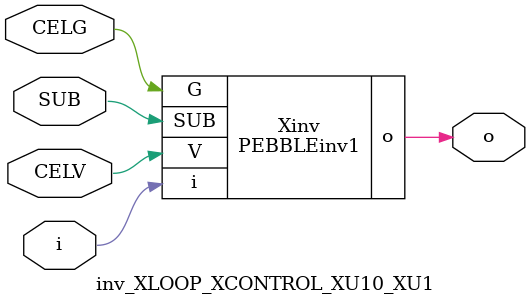
<source format=v>



module PEBBLEinv1 ( o, G, SUB, V, i );

  input V;
  input i;
  input G;
  output o;
  input SUB;
endmodule

//Celera Confidential Do Not Copy inv_XLOOP_XCONTROL_XU10_XU1
//Celera Confidential Symbol Generator
//5V Inverter
module inv_XLOOP_XCONTROL_XU10_XU1 (CELV,CELG,i,o,SUB);
input CELV;
input CELG;
input i;
input SUB;
output o;

//Celera Confidential Do Not Copy inv
PEBBLEinv1 Xinv(
.V (CELV),
.i (i),
.o (o),
.SUB (SUB),
.G (CELG)
);
//,diesize,PEBBLEinv1

//Celera Confidential Do Not Copy Module End
//Celera Schematic Generator
endmodule

</source>
